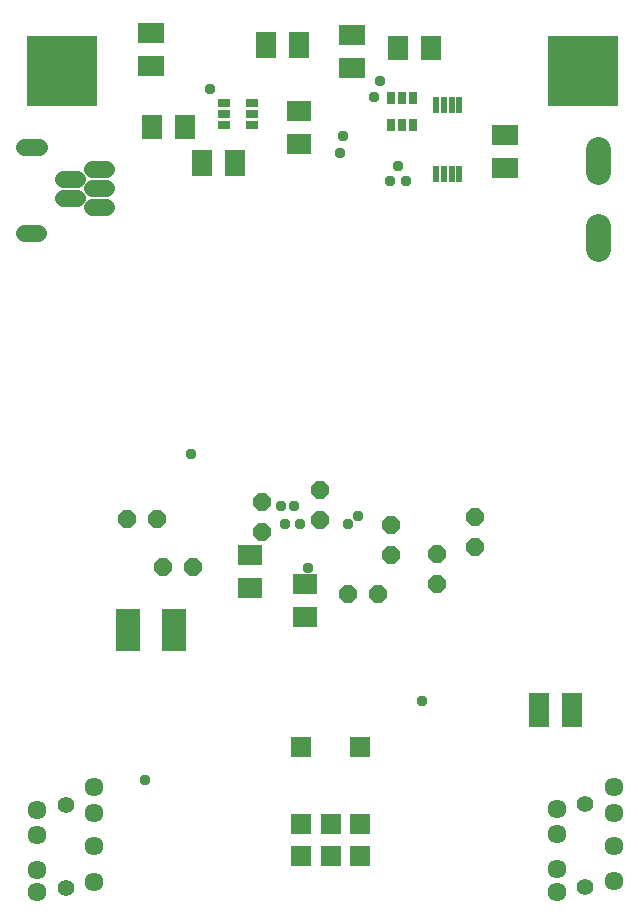
<source format=gbr>
G04 EAGLE Gerber RS-274X export*
G75*
%MOMM*%
%FSLAX34Y34*%
%LPD*%
%INSoldermask Bottom*%
%IPPOS*%
%AMOC8*
5,1,8,0,0,1.08239X$1,22.5*%
G01*
%ADD10R,6.045200X6.045200*%
%ADD11C,2.153200*%
%ADD12R,1.803200X2.003200*%
%ADD13R,2.103200X3.603200*%
%ADD14R,1.803200X2.903200*%
%ADD15R,2.003200X1.803200*%
%ADD16C,1.611200*%
%ADD17C,1.403200*%
%ADD18R,2.203200X1.803200*%
%ADD19P,1.649562X8X292.500000*%
%ADD20P,1.649562X8X112.500000*%
%ADD21P,1.649562X8X202.500000*%
%ADD22P,1.649562X8X22.500000*%
%ADD23R,1.803200X2.203200*%
%ADD24R,0.803200X1.103200*%
%ADD25R,0.553200X1.403200*%
%ADD26R,1.103200X0.803200*%
%ADD27C,1.411200*%
%ADD28C,1.473200*%
%ADD29R,1.711200X1.711200*%
%ADD30C,0.959600*%


D10*
X52200Y715300D03*
X493300Y715300D03*
D11*
X506400Y649750D02*
X506400Y630250D01*
X506400Y584750D02*
X506400Y565250D01*
D12*
X337200Y735000D03*
X365200Y735000D03*
D13*
X147400Y242600D03*
X108400Y242600D03*
D14*
X456700Y174700D03*
X484700Y174700D03*
D15*
X211500Y306300D03*
X211500Y278300D03*
D12*
X156900Y668500D03*
X128900Y668500D03*
D15*
X258500Y281100D03*
X258500Y253100D03*
X253500Y681700D03*
X253500Y653700D03*
D16*
X31500Y20200D03*
X31500Y39200D03*
X31500Y69200D03*
X31500Y90200D03*
X79500Y29200D03*
X79500Y59200D03*
X79500Y87200D03*
X79500Y109200D03*
D17*
X55500Y24200D03*
X55500Y94200D03*
D16*
X471500Y20700D03*
X471500Y39700D03*
X471500Y69700D03*
X471500Y90700D03*
X519500Y29700D03*
X519500Y59700D03*
X519500Y87700D03*
X519500Y109700D03*
D17*
X495500Y24700D03*
X495500Y94700D03*
D18*
X298000Y746400D03*
X298000Y718400D03*
D19*
X331000Y331500D03*
X331000Y306100D03*
D20*
X370000Y281700D03*
X370000Y307100D03*
D19*
X402000Y338300D03*
X402000Y312900D03*
D21*
X320100Y273000D03*
X294700Y273000D03*
D19*
X271000Y361100D03*
X271000Y335700D03*
D22*
X107900Y336500D03*
X133300Y336500D03*
X138100Y296000D03*
X163500Y296000D03*
D19*
X222000Y350700D03*
X222000Y325300D03*
D18*
X428000Y633800D03*
X428000Y661800D03*
X128000Y748000D03*
X128000Y720000D03*
D23*
X171200Y638000D03*
X199200Y638000D03*
X225400Y737500D03*
X253400Y737500D03*
D24*
X349900Y670000D03*
X340400Y670000D03*
X330900Y670000D03*
X330900Y693000D03*
X340400Y693000D03*
X349900Y693000D03*
D25*
X389050Y628850D03*
X382550Y628850D03*
X376050Y628850D03*
X369550Y628850D03*
X369550Y687350D03*
X376050Y687350D03*
X382550Y687350D03*
X389050Y687350D03*
D26*
X213000Y689000D03*
X213000Y679500D03*
X213000Y670000D03*
X190000Y670000D03*
X190000Y679500D03*
X190000Y689000D03*
D27*
X89680Y616400D02*
X77600Y616400D01*
X77600Y600400D02*
X89680Y600400D01*
X89680Y632400D02*
X77600Y632400D01*
X65600Y624400D02*
X53520Y624400D01*
X53520Y608400D02*
X65600Y608400D01*
X32140Y578400D02*
X20060Y578400D01*
D28*
X20250Y651400D02*
X32950Y651400D01*
D29*
X305200Y50700D03*
X280200Y50700D03*
X255200Y50700D03*
X255200Y78200D03*
X280200Y78200D03*
X305200Y78200D03*
X255200Y143200D03*
X305200Y143200D03*
D30*
X322000Y707000D03*
X317000Y694000D03*
X290000Y661000D03*
X288000Y646000D03*
X330000Y623000D03*
X344000Y623000D03*
X337000Y635000D03*
X238000Y347000D03*
X249000Y347000D03*
X241000Y332000D03*
X254000Y332000D03*
X295000Y332000D03*
X303000Y339000D03*
X177546Y700278D03*
X122682Y115062D03*
X260604Y294894D03*
X357378Y182118D03*
X161544Y391668D03*
M02*

</source>
